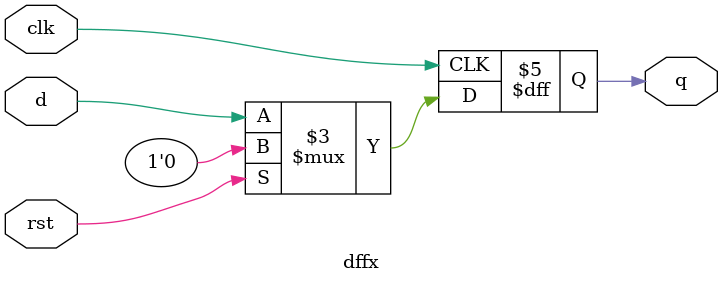
<source format=v>
/**********************************************************
*** Description: 使用非阻塞赋值编写D触发器
***
**********************************************************/
module dffx(q, d, clk, rst);
    output q;
    input d, clk, rst;
    reg q;

    always @(posedge clk)  // 时钟上升沿触发
        if (rst) q <= 1'b0;
        else q <= d;
endmodule
</source>
